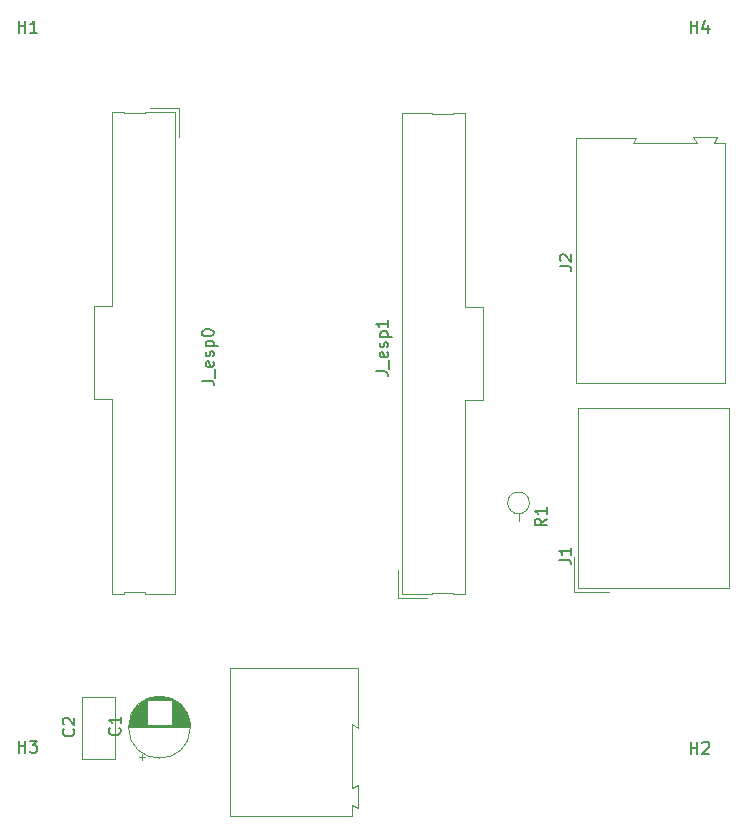
<source format=gbr>
%TF.GenerationSoftware,KiCad,Pcbnew,7.0.3*%
%TF.CreationDate,2023-06-20T17:30:00-05:00*%
%TF.ProjectId,ambient_measurement,616d6269-656e-4745-9f6d-656173757265,rev?*%
%TF.SameCoordinates,Original*%
%TF.FileFunction,Legend,Top*%
%TF.FilePolarity,Positive*%
%FSLAX46Y46*%
G04 Gerber Fmt 4.6, Leading zero omitted, Abs format (unit mm)*
G04 Created by KiCad (PCBNEW 7.0.3) date 2023-06-20 17:30:00*
%MOMM*%
%LPD*%
G01*
G04 APERTURE LIST*
%ADD10C,0.150000*%
%ADD11C,0.120000*%
G04 APERTURE END LIST*
D10*
%TO.C,H2*%
X179262279Y-120231819D02*
X179262279Y-119231819D01*
X179262279Y-119708009D02*
X179833707Y-119708009D01*
X179833707Y-120231819D02*
X179833707Y-119231819D01*
X180262279Y-119327057D02*
X180309898Y-119279438D01*
X180309898Y-119279438D02*
X180405136Y-119231819D01*
X180405136Y-119231819D02*
X180643231Y-119231819D01*
X180643231Y-119231819D02*
X180738469Y-119279438D01*
X180738469Y-119279438D02*
X180786088Y-119327057D01*
X180786088Y-119327057D02*
X180833707Y-119422295D01*
X180833707Y-119422295D02*
X180833707Y-119517533D01*
X180833707Y-119517533D02*
X180786088Y-119660390D01*
X180786088Y-119660390D02*
X180214660Y-120231819D01*
X180214660Y-120231819D02*
X180833707Y-120231819D01*
%TO.C,R1*%
X167060319Y-100330982D02*
X166584128Y-100664315D01*
X167060319Y-100902410D02*
X166060319Y-100902410D01*
X166060319Y-100902410D02*
X166060319Y-100521458D01*
X166060319Y-100521458D02*
X166107938Y-100426220D01*
X166107938Y-100426220D02*
X166155557Y-100378601D01*
X166155557Y-100378601D02*
X166250795Y-100330982D01*
X166250795Y-100330982D02*
X166393652Y-100330982D01*
X166393652Y-100330982D02*
X166488890Y-100378601D01*
X166488890Y-100378601D02*
X166536509Y-100426220D01*
X166536509Y-100426220D02*
X166584128Y-100521458D01*
X166584128Y-100521458D02*
X166584128Y-100902410D01*
X167060319Y-99378601D02*
X167060319Y-99950029D01*
X167060319Y-99664315D02*
X166060319Y-99664315D01*
X166060319Y-99664315D02*
X166203176Y-99759553D01*
X166203176Y-99759553D02*
X166298414Y-99854791D01*
X166298414Y-99854791D02*
X166346033Y-99950029D01*
%TO.C,C1*%
X130895080Y-118044094D02*
X130942700Y-118091713D01*
X130942700Y-118091713D02*
X130990319Y-118234570D01*
X130990319Y-118234570D02*
X130990319Y-118329808D01*
X130990319Y-118329808D02*
X130942700Y-118472665D01*
X130942700Y-118472665D02*
X130847461Y-118567903D01*
X130847461Y-118567903D02*
X130752223Y-118615522D01*
X130752223Y-118615522D02*
X130561747Y-118663141D01*
X130561747Y-118663141D02*
X130418890Y-118663141D01*
X130418890Y-118663141D02*
X130228414Y-118615522D01*
X130228414Y-118615522D02*
X130133176Y-118567903D01*
X130133176Y-118567903D02*
X130037938Y-118472665D01*
X130037938Y-118472665D02*
X129990319Y-118329808D01*
X129990319Y-118329808D02*
X129990319Y-118234570D01*
X129990319Y-118234570D02*
X130037938Y-118091713D01*
X130037938Y-118091713D02*
X130085557Y-118044094D01*
X130990319Y-117091713D02*
X130990319Y-117663141D01*
X130990319Y-117377427D02*
X129990319Y-117377427D01*
X129990319Y-117377427D02*
X130133176Y-117472665D01*
X130133176Y-117472665D02*
X130228414Y-117567903D01*
X130228414Y-117567903D02*
X130276033Y-117663141D01*
%TO.C,J1*%
X168116319Y-103799649D02*
X168830604Y-103799649D01*
X168830604Y-103799649D02*
X168973461Y-103847268D01*
X168973461Y-103847268D02*
X169068700Y-103942506D01*
X169068700Y-103942506D02*
X169116319Y-104085363D01*
X169116319Y-104085363D02*
X169116319Y-104180601D01*
X169116319Y-102799649D02*
X169116319Y-103371077D01*
X169116319Y-103085363D02*
X168116319Y-103085363D01*
X168116319Y-103085363D02*
X168259176Y-103180601D01*
X168259176Y-103180601D02*
X168354414Y-103275839D01*
X168354414Y-103275839D02*
X168402033Y-103371077D01*
%TO.C,J2*%
X168166319Y-78947649D02*
X168880604Y-78947649D01*
X168880604Y-78947649D02*
X169023461Y-78995268D01*
X169023461Y-78995268D02*
X169118700Y-79090506D01*
X169118700Y-79090506D02*
X169166319Y-79233363D01*
X169166319Y-79233363D02*
X169166319Y-79328601D01*
X168261557Y-78519077D02*
X168213938Y-78471458D01*
X168213938Y-78471458D02*
X168166319Y-78376220D01*
X168166319Y-78376220D02*
X168166319Y-78138125D01*
X168166319Y-78138125D02*
X168213938Y-78042887D01*
X168213938Y-78042887D02*
X168261557Y-77995268D01*
X168261557Y-77995268D02*
X168356795Y-77947649D01*
X168356795Y-77947649D02*
X168452033Y-77947649D01*
X168452033Y-77947649D02*
X168594890Y-77995268D01*
X168594890Y-77995268D02*
X169166319Y-78566696D01*
X169166319Y-78566696D02*
X169166319Y-77947649D01*
%TO.C,H4*%
X179262279Y-59171819D02*
X179262279Y-58171819D01*
X179262279Y-58648009D02*
X179833707Y-58648009D01*
X179833707Y-59171819D02*
X179833707Y-58171819D01*
X180738469Y-58505152D02*
X180738469Y-59171819D01*
X180500374Y-58124200D02*
X180262279Y-58838485D01*
X180262279Y-58838485D02*
X180881326Y-58838485D01*
%TO.C,C2*%
X126985080Y-118130982D02*
X127032700Y-118178601D01*
X127032700Y-118178601D02*
X127080319Y-118321458D01*
X127080319Y-118321458D02*
X127080319Y-118416696D01*
X127080319Y-118416696D02*
X127032700Y-118559553D01*
X127032700Y-118559553D02*
X126937461Y-118654791D01*
X126937461Y-118654791D02*
X126842223Y-118702410D01*
X126842223Y-118702410D02*
X126651747Y-118750029D01*
X126651747Y-118750029D02*
X126508890Y-118750029D01*
X126508890Y-118750029D02*
X126318414Y-118702410D01*
X126318414Y-118702410D02*
X126223176Y-118654791D01*
X126223176Y-118654791D02*
X126127938Y-118559553D01*
X126127938Y-118559553D02*
X126080319Y-118416696D01*
X126080319Y-118416696D02*
X126080319Y-118321458D01*
X126080319Y-118321458D02*
X126127938Y-118178601D01*
X126127938Y-118178601D02*
X126175557Y-118130982D01*
X126175557Y-117750029D02*
X126127938Y-117702410D01*
X126127938Y-117702410D02*
X126080319Y-117607172D01*
X126080319Y-117607172D02*
X126080319Y-117369077D01*
X126080319Y-117369077D02*
X126127938Y-117273839D01*
X126127938Y-117273839D02*
X126175557Y-117226220D01*
X126175557Y-117226220D02*
X126270795Y-117178601D01*
X126270795Y-117178601D02*
X126366033Y-117178601D01*
X126366033Y-117178601D02*
X126508890Y-117226220D01*
X126508890Y-117226220D02*
X127080319Y-117797648D01*
X127080319Y-117797648D02*
X127080319Y-117178601D01*
%TO.C,J_esp1*%
X152622319Y-87861316D02*
X153336604Y-87861316D01*
X153336604Y-87861316D02*
X153479461Y-87908935D01*
X153479461Y-87908935D02*
X153574700Y-88004173D01*
X153574700Y-88004173D02*
X153622319Y-88147030D01*
X153622319Y-88147030D02*
X153622319Y-88242268D01*
X153717557Y-87623221D02*
X153717557Y-86861316D01*
X153574700Y-86242268D02*
X153622319Y-86337506D01*
X153622319Y-86337506D02*
X153622319Y-86527982D01*
X153622319Y-86527982D02*
X153574700Y-86623220D01*
X153574700Y-86623220D02*
X153479461Y-86670839D01*
X153479461Y-86670839D02*
X153098509Y-86670839D01*
X153098509Y-86670839D02*
X153003271Y-86623220D01*
X153003271Y-86623220D02*
X152955652Y-86527982D01*
X152955652Y-86527982D02*
X152955652Y-86337506D01*
X152955652Y-86337506D02*
X153003271Y-86242268D01*
X153003271Y-86242268D02*
X153098509Y-86194649D01*
X153098509Y-86194649D02*
X153193747Y-86194649D01*
X153193747Y-86194649D02*
X153288985Y-86670839D01*
X153574700Y-85813696D02*
X153622319Y-85718458D01*
X153622319Y-85718458D02*
X153622319Y-85527982D01*
X153622319Y-85527982D02*
X153574700Y-85432744D01*
X153574700Y-85432744D02*
X153479461Y-85385125D01*
X153479461Y-85385125D02*
X153431842Y-85385125D01*
X153431842Y-85385125D02*
X153336604Y-85432744D01*
X153336604Y-85432744D02*
X153288985Y-85527982D01*
X153288985Y-85527982D02*
X153288985Y-85670839D01*
X153288985Y-85670839D02*
X153241366Y-85766077D01*
X153241366Y-85766077D02*
X153146128Y-85813696D01*
X153146128Y-85813696D02*
X153098509Y-85813696D01*
X153098509Y-85813696D02*
X153003271Y-85766077D01*
X153003271Y-85766077D02*
X152955652Y-85670839D01*
X152955652Y-85670839D02*
X152955652Y-85527982D01*
X152955652Y-85527982D02*
X153003271Y-85432744D01*
X152955652Y-84956553D02*
X153955652Y-84956553D01*
X153003271Y-84956553D02*
X152955652Y-84861315D01*
X152955652Y-84861315D02*
X152955652Y-84670839D01*
X152955652Y-84670839D02*
X153003271Y-84575601D01*
X153003271Y-84575601D02*
X153050890Y-84527982D01*
X153050890Y-84527982D02*
X153146128Y-84480363D01*
X153146128Y-84480363D02*
X153431842Y-84480363D01*
X153431842Y-84480363D02*
X153527080Y-84527982D01*
X153527080Y-84527982D02*
X153574700Y-84575601D01*
X153574700Y-84575601D02*
X153622319Y-84670839D01*
X153622319Y-84670839D02*
X153622319Y-84861315D01*
X153622319Y-84861315D02*
X153574700Y-84956553D01*
X153622319Y-83527982D02*
X153622319Y-84099410D01*
X153622319Y-83813696D02*
X152622319Y-83813696D01*
X152622319Y-83813696D02*
X152765176Y-83908934D01*
X152765176Y-83908934D02*
X152860414Y-84004172D01*
X152860414Y-84004172D02*
X152908033Y-84099410D01*
%TO.C,H3*%
X122366279Y-120131819D02*
X122366279Y-119131819D01*
X122366279Y-119608009D02*
X122937707Y-119608009D01*
X122937707Y-120131819D02*
X122937707Y-119131819D01*
X123318660Y-119131819D02*
X123937707Y-119131819D01*
X123937707Y-119131819D02*
X123604374Y-119512771D01*
X123604374Y-119512771D02*
X123747231Y-119512771D01*
X123747231Y-119512771D02*
X123842469Y-119560390D01*
X123842469Y-119560390D02*
X123890088Y-119608009D01*
X123890088Y-119608009D02*
X123937707Y-119703247D01*
X123937707Y-119703247D02*
X123937707Y-119941342D01*
X123937707Y-119941342D02*
X123890088Y-120036580D01*
X123890088Y-120036580D02*
X123842469Y-120084200D01*
X123842469Y-120084200D02*
X123747231Y-120131819D01*
X123747231Y-120131819D02*
X123461517Y-120131819D01*
X123461517Y-120131819D02*
X123366279Y-120084200D01*
X123366279Y-120084200D02*
X123318660Y-120036580D01*
%TO.C,J_esp0*%
X137876819Y-88642316D02*
X138591104Y-88642316D01*
X138591104Y-88642316D02*
X138733961Y-88689935D01*
X138733961Y-88689935D02*
X138829200Y-88785173D01*
X138829200Y-88785173D02*
X138876819Y-88928030D01*
X138876819Y-88928030D02*
X138876819Y-89023268D01*
X138972057Y-88404221D02*
X138972057Y-87642316D01*
X138829200Y-87023268D02*
X138876819Y-87118506D01*
X138876819Y-87118506D02*
X138876819Y-87308982D01*
X138876819Y-87308982D02*
X138829200Y-87404220D01*
X138829200Y-87404220D02*
X138733961Y-87451839D01*
X138733961Y-87451839D02*
X138353009Y-87451839D01*
X138353009Y-87451839D02*
X138257771Y-87404220D01*
X138257771Y-87404220D02*
X138210152Y-87308982D01*
X138210152Y-87308982D02*
X138210152Y-87118506D01*
X138210152Y-87118506D02*
X138257771Y-87023268D01*
X138257771Y-87023268D02*
X138353009Y-86975649D01*
X138353009Y-86975649D02*
X138448247Y-86975649D01*
X138448247Y-86975649D02*
X138543485Y-87451839D01*
X138829200Y-86594696D02*
X138876819Y-86499458D01*
X138876819Y-86499458D02*
X138876819Y-86308982D01*
X138876819Y-86308982D02*
X138829200Y-86213744D01*
X138829200Y-86213744D02*
X138733961Y-86166125D01*
X138733961Y-86166125D02*
X138686342Y-86166125D01*
X138686342Y-86166125D02*
X138591104Y-86213744D01*
X138591104Y-86213744D02*
X138543485Y-86308982D01*
X138543485Y-86308982D02*
X138543485Y-86451839D01*
X138543485Y-86451839D02*
X138495866Y-86547077D01*
X138495866Y-86547077D02*
X138400628Y-86594696D01*
X138400628Y-86594696D02*
X138353009Y-86594696D01*
X138353009Y-86594696D02*
X138257771Y-86547077D01*
X138257771Y-86547077D02*
X138210152Y-86451839D01*
X138210152Y-86451839D02*
X138210152Y-86308982D01*
X138210152Y-86308982D02*
X138257771Y-86213744D01*
X138210152Y-85737553D02*
X139210152Y-85737553D01*
X138257771Y-85737553D02*
X138210152Y-85642315D01*
X138210152Y-85642315D02*
X138210152Y-85451839D01*
X138210152Y-85451839D02*
X138257771Y-85356601D01*
X138257771Y-85356601D02*
X138305390Y-85308982D01*
X138305390Y-85308982D02*
X138400628Y-85261363D01*
X138400628Y-85261363D02*
X138686342Y-85261363D01*
X138686342Y-85261363D02*
X138781580Y-85308982D01*
X138781580Y-85308982D02*
X138829200Y-85356601D01*
X138829200Y-85356601D02*
X138876819Y-85451839D01*
X138876819Y-85451839D02*
X138876819Y-85642315D01*
X138876819Y-85642315D02*
X138829200Y-85737553D01*
X137876819Y-84642315D02*
X137876819Y-84547077D01*
X137876819Y-84547077D02*
X137924438Y-84451839D01*
X137924438Y-84451839D02*
X137972057Y-84404220D01*
X137972057Y-84404220D02*
X138067295Y-84356601D01*
X138067295Y-84356601D02*
X138257771Y-84308982D01*
X138257771Y-84308982D02*
X138495866Y-84308982D01*
X138495866Y-84308982D02*
X138686342Y-84356601D01*
X138686342Y-84356601D02*
X138781580Y-84404220D01*
X138781580Y-84404220D02*
X138829200Y-84451839D01*
X138829200Y-84451839D02*
X138876819Y-84547077D01*
X138876819Y-84547077D02*
X138876819Y-84642315D01*
X138876819Y-84642315D02*
X138829200Y-84737553D01*
X138829200Y-84737553D02*
X138781580Y-84785172D01*
X138781580Y-84785172D02*
X138686342Y-84832791D01*
X138686342Y-84832791D02*
X138495866Y-84880410D01*
X138495866Y-84880410D02*
X138257771Y-84880410D01*
X138257771Y-84880410D02*
X138067295Y-84832791D01*
X138067295Y-84832791D02*
X137972057Y-84785172D01*
X137972057Y-84785172D02*
X137924438Y-84737553D01*
X137924438Y-84737553D02*
X137876819Y-84642315D01*
%TO.C,H1*%
X122366279Y-59171819D02*
X122366279Y-58171819D01*
X122366279Y-58648009D02*
X122937707Y-58648009D01*
X122937707Y-59171819D02*
X122937707Y-58171819D01*
X123937707Y-59171819D02*
X123366279Y-59171819D01*
X123651993Y-59171819D02*
X123651993Y-58171819D01*
X123651993Y-58171819D02*
X123556755Y-58314676D01*
X123556755Y-58314676D02*
X123461517Y-58409914D01*
X123461517Y-58409914D02*
X123366279Y-58457533D01*
D11*
%TO.C,5V1*%
X140234388Y-112933000D02*
X140234388Y-125533000D01*
X140234388Y-125533000D02*
X150584388Y-125533000D01*
X150584388Y-117733000D02*
X151084388Y-118033000D01*
X150584388Y-123133000D02*
X150584388Y-117733000D01*
X150584388Y-124583000D02*
X151084388Y-124833000D01*
X150584388Y-125533000D02*
X150584388Y-124583000D01*
X151084388Y-112933000D02*
X140234388Y-112933000D01*
X151084388Y-118033000D02*
X151084388Y-112933000D01*
X151084388Y-122883000D02*
X150584388Y-123133000D01*
X151084388Y-122933000D02*
X151084388Y-122883000D01*
X151084388Y-124833000D02*
X151084388Y-122933000D01*
%TO.C,R1*%
X164685500Y-99913000D02*
X164685500Y-100533000D01*
X165605500Y-98993000D02*
G75*
G03*
X165605500Y-98993000I-920000J0D01*
G01*
%TO.C,C1*%
X132810500Y-120780887D02*
X132810500Y-120280887D01*
X132560500Y-120530887D02*
X133060500Y-120530887D01*
X131705500Y-117976112D02*
X136865500Y-117976112D01*
X131705500Y-117936112D02*
X136865500Y-117936112D01*
X131706500Y-117896112D02*
X136864500Y-117896112D01*
X131707500Y-117856112D02*
X136863500Y-117856112D01*
X131709500Y-117816112D02*
X136861500Y-117816112D01*
X131712500Y-117776112D02*
X136858500Y-117776112D01*
X131716500Y-117736112D02*
X133245500Y-117736112D01*
X135325500Y-117736112D02*
X136854500Y-117736112D01*
X131720500Y-117696112D02*
X133245500Y-117696112D01*
X135325500Y-117696112D02*
X136850500Y-117696112D01*
X131724500Y-117656112D02*
X133245500Y-117656112D01*
X135325500Y-117656112D02*
X136846500Y-117656112D01*
X131729500Y-117616112D02*
X133245500Y-117616112D01*
X135325500Y-117616112D02*
X136841500Y-117616112D01*
X131735500Y-117576112D02*
X133245500Y-117576112D01*
X135325500Y-117576112D02*
X136835500Y-117576112D01*
X131742500Y-117536112D02*
X133245500Y-117536112D01*
X135325500Y-117536112D02*
X136828500Y-117536112D01*
X131749500Y-117496112D02*
X133245500Y-117496112D01*
X135325500Y-117496112D02*
X136821500Y-117496112D01*
X131757500Y-117456112D02*
X133245500Y-117456112D01*
X135325500Y-117456112D02*
X136813500Y-117456112D01*
X131765500Y-117416112D02*
X133245500Y-117416112D01*
X135325500Y-117416112D02*
X136805500Y-117416112D01*
X131774500Y-117376112D02*
X133245500Y-117376112D01*
X135325500Y-117376112D02*
X136796500Y-117376112D01*
X131784500Y-117336112D02*
X133245500Y-117336112D01*
X135325500Y-117336112D02*
X136786500Y-117336112D01*
X131794500Y-117296112D02*
X133245500Y-117296112D01*
X135325500Y-117296112D02*
X136776500Y-117296112D01*
X131805500Y-117255112D02*
X133245500Y-117255112D01*
X135325500Y-117255112D02*
X136765500Y-117255112D01*
X131817500Y-117215112D02*
X133245500Y-117215112D01*
X135325500Y-117215112D02*
X136753500Y-117215112D01*
X131830500Y-117175112D02*
X133245500Y-117175112D01*
X135325500Y-117175112D02*
X136740500Y-117175112D01*
X131843500Y-117135112D02*
X133245500Y-117135112D01*
X135325500Y-117135112D02*
X136727500Y-117135112D01*
X131857500Y-117095112D02*
X133245500Y-117095112D01*
X135325500Y-117095112D02*
X136713500Y-117095112D01*
X131871500Y-117055112D02*
X133245500Y-117055112D01*
X135325500Y-117055112D02*
X136699500Y-117055112D01*
X131887500Y-117015112D02*
X133245500Y-117015112D01*
X135325500Y-117015112D02*
X136683500Y-117015112D01*
X131903500Y-116975112D02*
X133245500Y-116975112D01*
X135325500Y-116975112D02*
X136667500Y-116975112D01*
X131920500Y-116935112D02*
X133245500Y-116935112D01*
X135325500Y-116935112D02*
X136650500Y-116935112D01*
X131937500Y-116895112D02*
X133245500Y-116895112D01*
X135325500Y-116895112D02*
X136633500Y-116895112D01*
X131956500Y-116855112D02*
X133245500Y-116855112D01*
X135325500Y-116855112D02*
X136614500Y-116855112D01*
X131975500Y-116815112D02*
X133245500Y-116815112D01*
X135325500Y-116815112D02*
X136595500Y-116815112D01*
X131995500Y-116775112D02*
X133245500Y-116775112D01*
X135325500Y-116775112D02*
X136575500Y-116775112D01*
X132017500Y-116735112D02*
X133245500Y-116735112D01*
X135325500Y-116735112D02*
X136553500Y-116735112D01*
X132038500Y-116695112D02*
X133245500Y-116695112D01*
X135325500Y-116695112D02*
X136532500Y-116695112D01*
X132061500Y-116655112D02*
X133245500Y-116655112D01*
X135325500Y-116655112D02*
X136509500Y-116655112D01*
X132085500Y-116615112D02*
X133245500Y-116615112D01*
X135325500Y-116615112D02*
X136485500Y-116615112D01*
X132110500Y-116575112D02*
X133245500Y-116575112D01*
X135325500Y-116575112D02*
X136460500Y-116575112D01*
X132136500Y-116535112D02*
X133245500Y-116535112D01*
X135325500Y-116535112D02*
X136434500Y-116535112D01*
X132163500Y-116495112D02*
X133245500Y-116495112D01*
X135325500Y-116495112D02*
X136407500Y-116495112D01*
X132190500Y-116455112D02*
X133245500Y-116455112D01*
X135325500Y-116455112D02*
X136380500Y-116455112D01*
X132220500Y-116415112D02*
X133245500Y-116415112D01*
X135325500Y-116415112D02*
X136350500Y-116415112D01*
X132250500Y-116375112D02*
X133245500Y-116375112D01*
X135325500Y-116375112D02*
X136320500Y-116375112D01*
X132281500Y-116335112D02*
X133245500Y-116335112D01*
X135325500Y-116335112D02*
X136289500Y-116335112D01*
X132314500Y-116295112D02*
X133245500Y-116295112D01*
X135325500Y-116295112D02*
X136256500Y-116295112D01*
X132348500Y-116255112D02*
X133245500Y-116255112D01*
X135325500Y-116255112D02*
X136222500Y-116255112D01*
X132384500Y-116215112D02*
X133245500Y-116215112D01*
X135325500Y-116215112D02*
X136186500Y-116215112D01*
X132421500Y-116175112D02*
X133245500Y-116175112D01*
X135325500Y-116175112D02*
X136149500Y-116175112D01*
X132459500Y-116135112D02*
X133245500Y-116135112D01*
X135325500Y-116135112D02*
X136111500Y-116135112D01*
X132500500Y-116095112D02*
X133245500Y-116095112D01*
X135325500Y-116095112D02*
X136070500Y-116095112D01*
X132542500Y-116055112D02*
X133245500Y-116055112D01*
X135325500Y-116055112D02*
X136028500Y-116055112D01*
X132586500Y-116015112D02*
X133245500Y-116015112D01*
X135325500Y-116015112D02*
X135984500Y-116015112D01*
X132632500Y-115975112D02*
X133245500Y-115975112D01*
X135325500Y-115975112D02*
X135938500Y-115975112D01*
X132680500Y-115935112D02*
X133245500Y-115935112D01*
X135325500Y-115935112D02*
X135890500Y-115935112D01*
X132731500Y-115895112D02*
X133245500Y-115895112D01*
X135325500Y-115895112D02*
X135839500Y-115895112D01*
X132785500Y-115855112D02*
X133245500Y-115855112D01*
X135325500Y-115855112D02*
X135785500Y-115855112D01*
X132842500Y-115815112D02*
X133245500Y-115815112D01*
X135325500Y-115815112D02*
X135728500Y-115815112D01*
X132902500Y-115775112D02*
X133245500Y-115775112D01*
X135325500Y-115775112D02*
X135668500Y-115775112D01*
X132966500Y-115735112D02*
X133245500Y-115735112D01*
X135325500Y-115735112D02*
X135604500Y-115735112D01*
X133034500Y-115695112D02*
X133245500Y-115695112D01*
X135325500Y-115695112D02*
X135536500Y-115695112D01*
X133107500Y-115655112D02*
X135463500Y-115655112D01*
X133187500Y-115615112D02*
X135383500Y-115615112D01*
X133274500Y-115575112D02*
X135296500Y-115575112D01*
X133370500Y-115535112D02*
X135200500Y-115535112D01*
X133480500Y-115495112D02*
X135090500Y-115495112D01*
X133608500Y-115455112D02*
X134962500Y-115455112D01*
X133767500Y-115415112D02*
X134803500Y-115415112D01*
X134001500Y-115375112D02*
X134569500Y-115375112D01*
X136905500Y-117976112D02*
G75*
G03*
X136905500Y-117976112I-2620000J0D01*
G01*
%TO.C,J1*%
X169361500Y-106565000D02*
X169361500Y-103565000D01*
X172361500Y-106565000D02*
X169361500Y-106565000D01*
X169741500Y-106185000D02*
X182481500Y-106185000D01*
X169741500Y-106185000D02*
X182481500Y-106185000D01*
X169741500Y-106185000D02*
X169741500Y-90945000D01*
X169741500Y-106185000D02*
X169741500Y-90945000D01*
X182481500Y-106185000D02*
X182481500Y-90945000D01*
X182481500Y-106185000D02*
X182481500Y-90945000D01*
X169741500Y-90945000D02*
X182481500Y-90945000D01*
X169741500Y-90945000D02*
X182481500Y-90945000D01*
%TO.C,J2*%
X169561500Y-88863000D02*
X169561500Y-68063000D01*
X182161500Y-88863000D02*
X169561500Y-88863000D01*
X174361500Y-68563000D02*
X179761500Y-68563000D01*
X179761500Y-68563000D02*
X179461500Y-68013000D01*
X181211500Y-68563000D02*
X182161500Y-68563000D01*
X182161500Y-68563000D02*
X182161500Y-88863000D01*
X169561500Y-68063000D02*
X174611500Y-68063000D01*
X174611500Y-68063000D02*
X174361500Y-68563000D01*
X179461500Y-68013000D02*
X181511500Y-68013000D01*
X181511500Y-68013000D02*
X181211500Y-68563000D01*
%TO.C,C2*%
X127755500Y-120683000D02*
X130495500Y-120683000D01*
X127755500Y-120683000D02*
X127755500Y-115443000D01*
X130495500Y-120683000D02*
X130495500Y-115443000D01*
X127755500Y-115443000D02*
X130495500Y-115443000D01*
%TO.C,J_esp1*%
X154520000Y-107050000D02*
X154520000Y-104640000D01*
X156930000Y-107050000D02*
X154520000Y-107050000D01*
X154820000Y-106750000D02*
X157350000Y-106750000D01*
X157350000Y-106750000D02*
X157350000Y-106620000D01*
X159160000Y-106750000D02*
X160140000Y-106750000D01*
X160140000Y-106750000D02*
X160140000Y-90280000D01*
X157350000Y-106620000D02*
X159160000Y-106620000D01*
X159160000Y-106620000D02*
X159160000Y-106750000D01*
X160140000Y-90280000D02*
X161640000Y-90280000D01*
X161640000Y-90280000D02*
X161640000Y-82440000D01*
X160140000Y-82440000D02*
X160140000Y-65970000D01*
X161640000Y-82440000D02*
X160140000Y-82440000D01*
X157350000Y-66100000D02*
X157350000Y-65970000D01*
X159160000Y-66100000D02*
X157350000Y-66100000D01*
X154820000Y-65970000D02*
X154820000Y-106750000D01*
X157350000Y-65970000D02*
X154820000Y-65970000D01*
X159160000Y-65970000D02*
X159160000Y-66100000D01*
X160140000Y-65970000D02*
X159160000Y-65970000D01*
%TO.C,J_esp0*%
X135899500Y-65591000D02*
X135899500Y-68001000D01*
X133489500Y-65591000D02*
X135899500Y-65591000D01*
X135599500Y-65891000D02*
X133069500Y-65891000D01*
X133069500Y-65891000D02*
X133069500Y-66021000D01*
X131259500Y-65891000D02*
X130279500Y-65891000D01*
X130279500Y-65891000D02*
X130279500Y-82361000D01*
X133069500Y-66021000D02*
X131259500Y-66021000D01*
X131259500Y-66021000D02*
X131259500Y-65891000D01*
X130279500Y-82361000D02*
X128779500Y-82361000D01*
X128779500Y-82361000D02*
X128779500Y-90201000D01*
X130279500Y-90201000D02*
X130279500Y-106671000D01*
X128779500Y-90201000D02*
X130279500Y-90201000D01*
X133069500Y-106541000D02*
X133069500Y-106671000D01*
X131259500Y-106541000D02*
X133069500Y-106541000D01*
X135599500Y-106671000D02*
X135599500Y-65891000D01*
X133069500Y-106671000D02*
X135599500Y-106671000D01*
X131259500Y-106671000D02*
X131259500Y-106541000D01*
X130279500Y-106671000D02*
X131259500Y-106671000D01*
%TD*%
M02*

</source>
